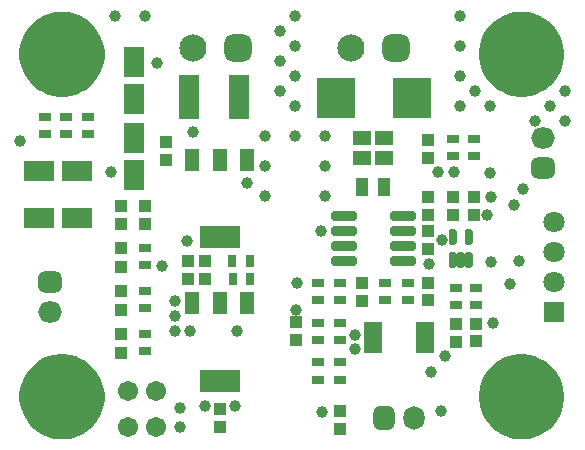
<source format=gts>
G04*
G04 #@! TF.GenerationSoftware,Altium Limited,Altium Designer,21.3.2 (30)*
G04*
G04 Layer_Color=8388736*
%FSTAX25Y25*%
%MOIN*%
G70*
G04*
G04 #@! TF.SameCoordinates,4B655C25-F8CF-4A4B-9A5B-65FE686E617B*
G04*
G04*
G04 #@! TF.FilePolarity,Negative*
G04*
G01*
G75*
%ADD35R,0.12611X0.13792*%
%ADD36C,0.06706*%
%ADD37R,0.13792X0.07296*%
%ADD38R,0.04540X0.07296*%
%ADD39R,0.03950X0.03950*%
%ADD40R,0.02965X0.04343*%
%ADD41R,0.06800X0.14800*%
%ADD42R,0.06902X0.10052*%
%ADD43R,0.04343X0.02965*%
%ADD44R,0.10052X0.06902*%
%ADD45R,0.03950X0.03950*%
G04:AMPARAMS|DCode=46|XSize=85.56mil|YSize=31.62mil|CornerRadius=6.95mil|HoleSize=0mil|Usage=FLASHONLY|Rotation=0.000|XOffset=0mil|YOffset=0mil|HoleType=Round|Shape=RoundedRectangle|*
%AMROUNDEDRECTD46*
21,1,0.08556,0.01772,0,0,0.0*
21,1,0.07165,0.03162,0,0,0.0*
1,1,0.01391,0.03583,-0.00886*
1,1,0.01391,-0.03583,-0.00886*
1,1,0.01391,-0.03583,0.00886*
1,1,0.01391,0.03583,0.00886*
%
%ADD46ROUNDEDRECTD46*%
%ADD47R,0.04343X0.05918*%
%ADD48R,0.05918X0.05131*%
G04:AMPARAMS|DCode=49|XSize=54.85mil|YSize=23.75mil|CornerRadius=5.97mil|HoleSize=0mil|Usage=FLASHONLY|Rotation=90.000|XOffset=0mil|YOffset=0mil|HoleType=Round|Shape=RoundedRectangle|*
%AMROUNDEDRECTD49*
21,1,0.05485,0.01181,0,0,90.0*
21,1,0.04291,0.02375,0,0,90.0*
1,1,0.01194,0.00591,0.02146*
1,1,0.01194,0.00591,-0.02146*
1,1,0.01194,-0.00591,-0.02146*
1,1,0.01194,-0.00591,0.02146*
%
%ADD49ROUNDEDRECTD49*%
%ADD50R,0.06312X0.02572*%
G04:AMPARAMS|DCode=51|XSize=90.68mil|YSize=90.68mil|CornerRadius=24.67mil|HoleSize=0mil|Usage=FLASHONLY|Rotation=180.000|XOffset=0mil|YOffset=0mil|HoleType=Round|Shape=RoundedRectangle|*
%AMROUNDEDRECTD51*
21,1,0.09068,0.04134,0,0,180.0*
21,1,0.04134,0.09068,0,0,180.0*
1,1,0.04934,-0.02067,0.02067*
1,1,0.04934,0.02067,0.02067*
1,1,0.04934,0.02067,-0.02067*
1,1,0.04934,-0.02067,-0.02067*
%
%ADD51ROUNDEDRECTD51*%
%ADD52C,0.09068*%
G04:AMPARAMS|DCode=53|XSize=78.87mil|YSize=70.99mil|CornerRadius=19.75mil|HoleSize=0mil|Usage=FLASHONLY|Rotation=0.000|XOffset=0mil|YOffset=0mil|HoleType=Round|Shape=RoundedRectangle|*
%AMROUNDEDRECTD53*
21,1,0.07887,0.03150,0,0,0.0*
21,1,0.03937,0.07099,0,0,0.0*
1,1,0.03950,0.01968,-0.01575*
1,1,0.03950,-0.01968,-0.01575*
1,1,0.03950,-0.01968,0.01575*
1,1,0.03950,0.01968,0.01575*
%
%ADD53ROUNDEDRECTD53*%
%ADD54O,0.07887X0.07099*%
%ADD55C,0.16548*%
%ADD56C,0.07099*%
%ADD57R,0.07099X0.07099*%
%ADD58O,0.07099X0.07887*%
G04:AMPARAMS|DCode=59|XSize=78.87mil|YSize=70.99mil|CornerRadius=19.75mil|HoleSize=0mil|Usage=FLASHONLY|Rotation=90.000|XOffset=0mil|YOffset=0mil|HoleType=Round|Shape=RoundedRectangle|*
%AMROUNDEDRECTD59*
21,1,0.07887,0.03150,0,0,90.0*
21,1,0.03937,0.07099,0,0,90.0*
1,1,0.03950,0.01575,0.01968*
1,1,0.03950,0.01575,-0.01968*
1,1,0.03950,-0.01575,-0.01968*
1,1,0.03950,-0.01575,0.01968*
%
%ADD59ROUNDEDRECTD59*%
%ADD60C,0.03950*%
%ADD61C,0.03398*%
G36*
X0241424Y0288042D02*
X0241424Y0287117D01*
X0241182Y0285284D01*
X0240704Y0283498D01*
X0239996Y0281789D01*
X0239071Y0280188D01*
X0237946Y0278721D01*
X0236638Y0277413D01*
X0235171Y0276287D01*
X0233569Y0275363D01*
X0231861Y0274655D01*
X0230075Y0274177D01*
X0228241Y0273935D01*
X0227317D01*
X0226383Y0273935D01*
X0224533Y0274178D01*
X022273Y0274661D01*
X0221006Y0275375D01*
X0219389Y0276308D01*
X0217908Y0277444D01*
X0216588Y0278764D01*
X0215452Y0280244D01*
X0214518Y028186D01*
X0213804Y0283584D01*
X0213321Y0285387D01*
X0213077Y0287238D01*
X0213077Y0288171D01*
X0213077Y0289099D01*
X0213319Y0290938D01*
X0213801Y029273D01*
X0214513Y0294443D01*
X0215443Y0296048D01*
X0216576Y0297518D01*
X0217891Y0298827D01*
X0219366Y0299952D01*
X0220975Y0300874D01*
X0222692Y0301578D01*
X0224486Y0302051D01*
X0226326Y0302286D01*
X0227254Y0302281D01*
X0228184Y0302277D01*
X0230028Y0302026D01*
X0231823Y0301537D01*
X023354Y0300818D01*
X0235148Y0299883D01*
X0236621Y0298745D01*
X0237934Y0297427D01*
X0239063Y0295948D01*
X0239991Y0294335D01*
X0240701Y0292615D01*
X0241181Y0290817D01*
X0241424Y0288972D01*
X0241424Y0288042D01*
D01*
D02*
G37*
G36*
Y0402207D02*
X0241424Y0401283D01*
X0241182Y0399449D01*
X0240704Y0397663D01*
X0239996Y0395955D01*
X0239071Y0394353D01*
X0237946Y0392886D01*
X0236638Y0391578D01*
X0235171Y0390453D01*
X0233569Y0389528D01*
X0231861Y038882D01*
X0230075Y0388342D01*
X0228241Y03881D01*
X0227317D01*
X0226383Y03881D01*
X0224533Y0388344D01*
X022273Y0388826D01*
X0221006Y038954D01*
X0219389Y0390473D01*
X0217908Y0391609D01*
X0216588Y0392929D01*
X0215452Y0394409D01*
X0214518Y0396026D01*
X0213804Y039775D01*
X0213321Y0399553D01*
X0213077Y0401403D01*
X0213077Y0402336D01*
X0213077Y0403264D01*
X0213319Y0405103D01*
X0213801Y0406895D01*
X0214513Y0408608D01*
X0215443Y0410213D01*
X0216576Y0411683D01*
X0217891Y0412992D01*
X0219366Y0414117D01*
X0220975Y041504D01*
X0222692Y0415744D01*
X0224486Y0416217D01*
X0226326Y0416451D01*
X0227254Y0416447D01*
X0228184Y0416442D01*
X0230028Y0416191D01*
X0231823Y0415702D01*
X023354Y0414984D01*
X0235148Y0414048D01*
X0236621Y0412911D01*
X0237934Y0411592D01*
X0239063Y0410113D01*
X0239991Y04085D01*
X0240701Y040678D01*
X0241181Y0404983D01*
X0241424Y0403138D01*
X0241424Y0402207D01*
D01*
D02*
G37*
G36*
X0394589Y0288042D02*
X0394589Y0287117D01*
X0394348Y0285284D01*
X0393869Y0283498D01*
X0393161Y0281789D01*
X0392237Y0280188D01*
X0391111Y0278721D01*
X0389803Y0277413D01*
X0388336Y0276287D01*
X0386735Y0275363D01*
X0385026Y0274655D01*
X038324Y0274177D01*
X0381407Y0273935D01*
X0380482D01*
X0379549Y0273935D01*
X0377698Y0274178D01*
X0375896Y0274661D01*
X0374171Y0275375D01*
X0372554Y0276308D01*
X0371074Y0277444D01*
X0369754Y0278764D01*
X0368617Y0280244D01*
X0367684Y028186D01*
X0366969Y0283584D01*
X0366486Y0285387D01*
X0366242Y0287238D01*
X0366242Y0288171D01*
X0366242Y0289099D01*
X0366485Y0290938D01*
X0366966Y029273D01*
X0367678Y0294443D01*
X0368608Y0296048D01*
X0369741Y0297518D01*
X0371056Y0298827D01*
X0372531Y0299952D01*
X0374141Y0300874D01*
X0375857Y0301578D01*
X0377651Y0302051D01*
X0379491Y0302286D01*
X0380419Y0302281D01*
X0381349Y0302277D01*
X0383193Y0302026D01*
X0384988Y0301537D01*
X0386705Y0300818D01*
X0388314Y0299883D01*
X0389787Y0298745D01*
X0391099Y0297427D01*
X0392229Y0295948D01*
X0393157Y0294335D01*
X0393867Y0292615D01*
X0394347Y0290817D01*
X0394589Y0288972D01*
X0394589Y0288042D01*
D01*
D02*
G37*
G36*
Y0402207D02*
X0394589Y0401283D01*
X0394348Y0399449D01*
X0393869Y0397663D01*
X0393161Y0395955D01*
X0392237Y0394353D01*
X0391111Y0392886D01*
X0389803Y0391578D01*
X0388336Y0390453D01*
X0386735Y0389528D01*
X0385026Y038882D01*
X038324Y0388342D01*
X0381407Y03881D01*
X0380482D01*
X0379549Y03881D01*
X0377698Y0388344D01*
X0375896Y0388826D01*
X0374171Y038954D01*
X0372554Y0390473D01*
X0371074Y0391609D01*
X0369754Y0392929D01*
X0368617Y0394409D01*
X0367684Y0396026D01*
X0366969Y039775D01*
X0366486Y0399553D01*
X0366242Y0401403D01*
X0366242Y0402336D01*
X0366242Y0403264D01*
X0366485Y0405103D01*
X0366966Y0406895D01*
X0367678Y0408608D01*
X0368608Y0410213D01*
X0369741Y0411683D01*
X0371056Y0412992D01*
X0372531Y0414117D01*
X0374141Y041504D01*
X0375857Y0415744D01*
X0377651Y0416217D01*
X0379491Y0416451D01*
X0380419Y0416447D01*
X0381349Y0416442D01*
X0383193Y0416191D01*
X0384988Y0415702D01*
X0386705Y0414984D01*
X0388314Y0414048D01*
X0389787Y0412911D01*
X0391099Y0411592D01*
X0392229Y0410113D01*
X0393157Y04085D01*
X0393867Y040678D01*
X0394347Y0404983D01*
X0394589Y0403138D01*
X0394589Y0402207D01*
D01*
D02*
G37*
D35*
X0343821Y0387652D02*
D03*
X0318624D02*
D03*
D36*
X02586Y02901D02*
D03*
Y0278D02*
D03*
X02491D02*
D03*
Y02901D02*
D03*
D37*
X02798Y0293413D02*
D03*
Y0341213D02*
D03*
D38*
X0270745Y03192D02*
D03*
X02798D02*
D03*
X0288855D02*
D03*
X0270745Y0367D02*
D03*
X02798D02*
D03*
X0288855D02*
D03*
D39*
X0275Y03273D02*
D03*
X0269094D02*
D03*
Y03334D02*
D03*
X0275D02*
D03*
D40*
X0289809Y0327272D02*
D03*
X02841D02*
D03*
X0284046Y0333428D02*
D03*
X0289754D02*
D03*
D41*
X0269659Y0388D02*
D03*
X02862D02*
D03*
D42*
X02513Y0399798D02*
D03*
Y03872D02*
D03*
X0251204Y0374486D02*
D03*
Y0361887D02*
D03*
D43*
X02358Y0381263D02*
D03*
Y0375554D02*
D03*
X0228672Y0381263D02*
D03*
Y0375554D02*
D03*
X02216Y0375576D02*
D03*
Y0381284D02*
D03*
X0255Y0337573D02*
D03*
Y0331864D02*
D03*
Y0323304D02*
D03*
Y0317595D02*
D03*
Y0308938D02*
D03*
Y030323D02*
D03*
X03576Y0368246D02*
D03*
Y0373954D02*
D03*
X03647Y03684D02*
D03*
Y0374109D02*
D03*
X03654Y031856D02*
D03*
Y0324269D02*
D03*
X03585Y0324248D02*
D03*
Y0318539D02*
D03*
X0312556Y0326022D02*
D03*
Y0320313D02*
D03*
X0320056Y0326022D02*
D03*
Y0320313D02*
D03*
Y0293846D02*
D03*
Y0299554D02*
D03*
X03125Y0299533D02*
D03*
Y0293824D02*
D03*
Y0312767D02*
D03*
Y0307058D02*
D03*
X032Y0312767D02*
D03*
Y0307058D02*
D03*
X0335Y0320292D02*
D03*
Y0326D02*
D03*
X0342556Y0326022D02*
D03*
Y0320313D02*
D03*
D44*
X0219614Y0363304D02*
D03*
X0232213D02*
D03*
X02321Y03476D02*
D03*
X0219502D02*
D03*
D45*
X02468Y0308938D02*
D03*
Y0302639D02*
D03*
Y0323304D02*
D03*
Y0317005D02*
D03*
Y0337573D02*
D03*
Y0331274D02*
D03*
Y03458D02*
D03*
Y0351706D02*
D03*
X0255028Y03458D02*
D03*
Y0351706D02*
D03*
X02798Y0278095D02*
D03*
Y0284D02*
D03*
X03493Y0373553D02*
D03*
Y0367647D02*
D03*
X03494Y0337494D02*
D03*
Y03434D02*
D03*
Y0354553D02*
D03*
Y0348647D02*
D03*
X0357628Y0354553D02*
D03*
Y0348647D02*
D03*
X0364672Y0354553D02*
D03*
Y0348647D02*
D03*
X03651Y0306547D02*
D03*
Y0312453D02*
D03*
X03585Y0312353D02*
D03*
Y0306447D02*
D03*
X03494Y03202D02*
D03*
Y0326105D02*
D03*
X0320028Y0277347D02*
D03*
Y0283253D02*
D03*
X03052Y0312879D02*
D03*
Y0306974D02*
D03*
X03271Y0325953D02*
D03*
Y0320047D02*
D03*
X02619Y0367D02*
D03*
Y0372905D02*
D03*
D46*
X0340824Y03485D02*
D03*
Y03435D02*
D03*
Y03385D02*
D03*
Y03335D02*
D03*
X0321376D02*
D03*
Y03385D02*
D03*
Y03435D02*
D03*
Y03485D02*
D03*
D47*
X033464Y03581D02*
D03*
X032716D02*
D03*
D48*
X033464Y0374247D02*
D03*
Y0367553D02*
D03*
X032716Y0374247D02*
D03*
Y0367553D02*
D03*
D49*
X0357628Y0341359D02*
D03*
X0362746D02*
D03*
Y03338D02*
D03*
X0360187D02*
D03*
X0357628D02*
D03*
D50*
X0331039Y0311639D02*
D03*
Y030908D02*
D03*
Y0306521D02*
D03*
Y0303961D02*
D03*
X0348361D02*
D03*
Y0306521D02*
D03*
Y030908D02*
D03*
Y0311639D02*
D03*
D51*
X02859Y0404414D02*
D03*
X03387D02*
D03*
D52*
X02709D02*
D03*
X03237D02*
D03*
D53*
X02233Y03265D02*
D03*
X03875Y03645D02*
D03*
D54*
X02233Y03165D02*
D03*
X03875Y03745D02*
D03*
D55*
X022725Y0288108D02*
D03*
X0380415D02*
D03*
X022725Y0402274D02*
D03*
X0380415D02*
D03*
D56*
X03912Y03262D02*
D03*
Y03362D02*
D03*
Y03462D02*
D03*
D57*
Y03162D02*
D03*
D58*
X03445Y02811D02*
D03*
D59*
X03345D02*
D03*
D60*
X03Y039D02*
D03*
Y04D02*
D03*
Y041D02*
D03*
X0385Y038D02*
D03*
X039Y0385D02*
D03*
X0395Y038D02*
D03*
Y039D02*
D03*
X0365D02*
D03*
X0245Y0415D02*
D03*
X0255D02*
D03*
X0295Y0355D02*
D03*
X0315D02*
D03*
Y0365D02*
D03*
X0295D02*
D03*
Y0375D02*
D03*
X0315D02*
D03*
X0305D02*
D03*
Y0385D02*
D03*
Y0395D02*
D03*
Y0405D02*
D03*
Y0415D02*
D03*
X037Y0385D02*
D03*
X036D02*
D03*
Y0395D02*
D03*
Y0405D02*
D03*
Y0415D02*
D03*
X02665Y02844D02*
D03*
X02666Y02779D02*
D03*
X03053Y03171D02*
D03*
X0314Y0283D02*
D03*
X0305489Y0326111D02*
D03*
X03549Y03017D02*
D03*
X03501Y02962D02*
D03*
X03708Y03126D02*
D03*
X03578Y03631D02*
D03*
X0377938Y03521D02*
D03*
X03808Y03575D02*
D03*
X03698Y03626D02*
D03*
X0325Y03039D02*
D03*
X03249Y03088D02*
D03*
X03701Y03546D02*
D03*
X0369Y03488D02*
D03*
X03137Y03433D02*
D03*
X03538Y03402D02*
D03*
X03496Y03325D02*
D03*
X02132Y03732D02*
D03*
X02436Y0363D02*
D03*
X0271Y03764D02*
D03*
X02588Y03994D02*
D03*
X02857Y031D02*
D03*
X0269Y03399D02*
D03*
X02889Y03595D02*
D03*
X03703Y03329D02*
D03*
X03525Y03629D02*
D03*
X03537Y02835D02*
D03*
X03767Y03257D02*
D03*
X0285Y0285D02*
D03*
X0275D02*
D03*
X03797Y03333D02*
D03*
X02606Y03316D02*
D03*
X027Y031D02*
D03*
X0265D02*
D03*
Y0315D02*
D03*
Y032D02*
D03*
D61*
X0222919Y0277675D02*
D03*
X0237683Y0283778D02*
D03*
X0231581Y0298541D02*
D03*
X0216817Y0292439D02*
D03*
X0237683D02*
D03*
X0222919Y0298541D02*
D03*
X0216817Y0283778D02*
D03*
X0231581Y0277675D02*
D03*
X0384746D02*
D03*
X0369982Y0283778D02*
D03*
X0376085Y0298541D02*
D03*
X0390848Y0292439D02*
D03*
X0369982D02*
D03*
X0384746Y0298541D02*
D03*
X0390848Y0283778D02*
D03*
X0376085Y0277675D02*
D03*
X0231581Y0391841D02*
D03*
X0216817Y0397943D02*
D03*
X0222919Y0412707D02*
D03*
X0237683Y0406604D02*
D03*
X0216817D02*
D03*
X0231581Y0412707D02*
D03*
X0237683Y0397943D02*
D03*
X0222919Y0391841D02*
D03*
X0376085D02*
D03*
X0390848Y0397943D02*
D03*
X0384746Y0412707D02*
D03*
X0369982Y0406604D02*
D03*
X0390848D02*
D03*
X0376085Y0412707D02*
D03*
X0369982Y0397943D02*
D03*
X0384746Y0391841D02*
D03*
M02*

</source>
